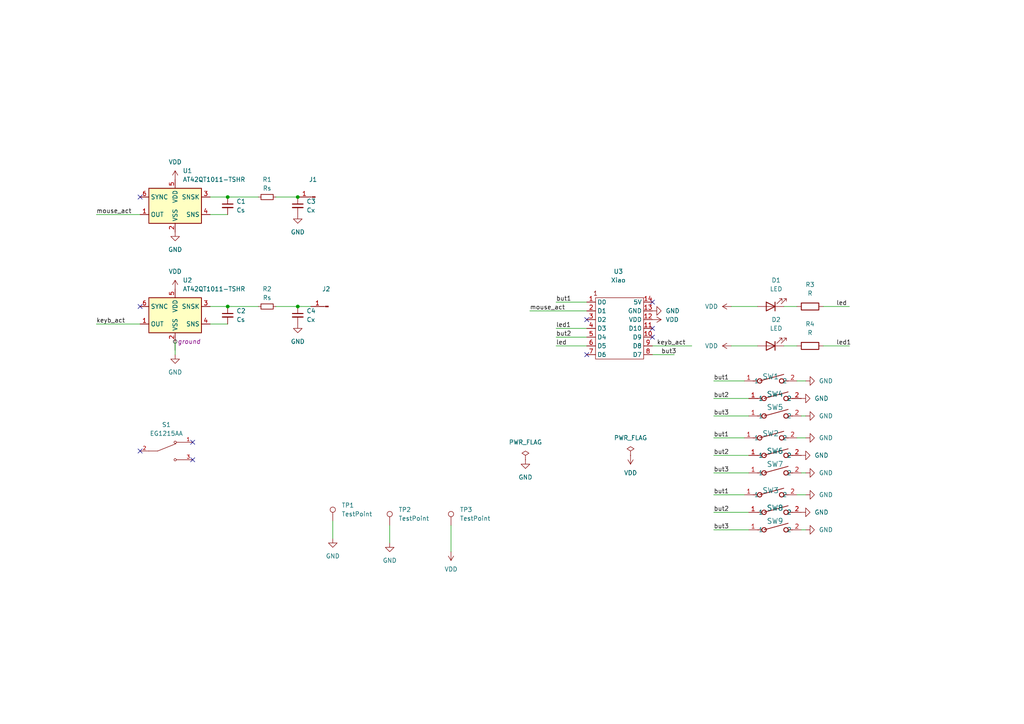
<source format=kicad_sch>
(kicad_sch (version 20230121) (generator eeschema)
  (paper "A4")
  (lib_symbols
    (symbol "Connector:Conn_01x01_Pin" (pin_names (offset 1.016) hide)
      (property "Reference" "J" (at 0 2.54 0))
      (property "Value" "Conn_01x01_Pin" (at 0 -2.54 0))
      (symbol "Conn_01x01_Pin_1_1"
        (polyline (pts (xy 1.27 0) (xy 0.8636 0)) (stroke (width 0.1524)))
        (rectangle (start 0.8636 0.127) (end 0 -0.127) (stroke (width 0.1524)) (fill (type outline)))
        (pin passive line (at 5.08 0 180) (length 3.81) (name "Pin_1") (number "1"))
      )
    )
    (symbol "Connector:TestPoint" (pin_numbers hide) (pin_names (offset 0.762) hide)
      (property "Reference" "TP" (at 0 6.858 0))
      (property "Value" "TestPoint" (at 0 5.08 0))
      (symbol "TestPoint_0_1"
        (circle (center 0 3.302) (radius 0.762))
      )
      (symbol "TestPoint_1_1"
        (pin passive line (at 0 0 90) (length 2.54) (name "1") (number "1"))
      )
    )
    (symbol "Device:C_Small" (pin_numbers hide) (pin_names (offset 0.254) hide)
      (property "Reference" "C" (at 0.254 1.778 0))
      (property "Value" "C_Small" (at 0.254 -2.032 0))
      (symbol "C_Small_0_1"
        (polyline (pts (xy -1.524 -0.508) (xy 1.524 -0.508)) (stroke (width 0.3302)))
        (polyline (pts (xy -1.524 0.508) (xy 1.524 0.508)) (stroke (width 0.3048)))
      )
      (symbol "C_Small_1_1"
        (pin passive line (at 0 2.54 270) (length 2.032) (name "~") (number "1"))
        (pin passive line (at 0 -2.54 90) (length 2.032) (name "~") (number "2"))
      )
    )
    (symbol "Device:LED" (pin_numbers hide) (pin_names (offset 1.016) hide)
      (property "Reference" "D" (at 0 2.54 0))
      (property "Value" "LED" (at 0 -2.54 0))
      (symbol "LED_0_1"
        (polyline (pts (xy -1.27 -1.27) (xy -1.27 1.27)) (stroke (width 0.254)))
        (polyline (pts (xy -1.27 0) (xy 1.27 0)))
        (polyline (pts (xy 1.27 -1.27) (xy 1.27 1.27) (xy -1.27 0) (xy 1.27 -1.27)) (stroke (width 0.254)))
        (polyline (pts (xy -3.048 -0.762) (xy -4.572 -2.286) (xy -3.81 -2.286) (xy -4.572 -2.286) (xy -4.572 -1.524)))
        (polyline (pts (xy -1.778 -0.762) (xy -3.302 -2.286) (xy -2.54 -2.286) (xy -3.302 -2.286) (xy -3.302 -1.524)))
      )
      (symbol "LED_1_1"
        (pin passive line (at -3.81 0 0) (length 2.54) (name "K") (number "1"))
        (pin passive line (at 3.81 0 180) (length 2.54) (name "A") (number "2"))
      )
    )
    (symbol "Device:R" (pin_numbers hide) (pin_names (offset 0))
      (property "Reference" "R" (at 2.032 0 90))
      (property "Value" "R" (at 0 0 90))
      (symbol "R_0_1"
        (rectangle (start -1.016 -2.54) (end 1.016 2.54) (stroke (width 0.254)))
      )
      (symbol "R_1_1"
        (pin passive line (at 0 3.81 270) (length 1.27) (name "~") (number "1"))
        (pin passive line (at 0 -3.81 90) (length 1.27) (name "~") (number "2"))
      )
    )
    (symbol "Device:R_Small" (pin_numbers hide) (pin_names (offset 0.254) hide)
      (property "Reference" "R" (at 0.762 0.508 0))
      (property "Value" "R_Small" (at 0.762 -1.016 0))
      (symbol "R_Small_0_1"
        (rectangle (start -0.762 1.778) (end 0.762 -1.778) (stroke (width 0.2032)))
      )
      (symbol "R_Small_1_1"
        (pin passive line (at 0 2.54 270) (length 0.762) (name "~") (number "1"))
        (pin passive line (at 0 -2.54 90) (length 0.762) (name "~") (number "2"))
      )
    )
    (symbol "EG1215AA:EG1215AA" (pin_names (offset 1.016))
      (property "Reference" "S" (at -2.54 5.08 0))
      (property "Value" "EG1215AA" (at -2.54 -5.08 0))
      (symbol "EG1215AA_0_0"
        (polyline (pts (xy -2.54 0) (xy -5.08 0)) (stroke (width 0.1524)))
        (polyline (pts (xy -2.54 0) (xy 2.794 2.1336)) (stroke (width 0.1524)))
        (polyline (pts (xy 5.08 -2.54) (xy 2.921 -2.54)) (stroke (width 0.1524)))
        (polyline (pts (xy 5.08 2.54) (xy 2.921 2.54)) (stroke (width 0.1524)))
        (circle (center 2.54 -2.54) (radius 0.3302) (stroke (width 0.1524)))
        (circle (center 2.54 2.54) (radius 0.3302) (stroke (width 0.1524)))
        (pin passive line (at 7.62 2.54 180) (length 2.54) (name "~") (number "1"))
        (pin passive line (at -7.62 0 0) (length 2.54) (name "~") (number "2"))
        (pin passive line (at 7.62 -2.54 180) (length 2.54) (name "~") (number "3"))
      )
    )
    (symbol "Sensor_Touch:AT42QT1011-TSHR"
      (property "Reference" "U" (at -2.54 8.255 0))
      (property "Value" "AT42QT1011-TSHR" (at -2.54 6.35 0))
      (symbol "AT42QT1011-TSHR_0_1"
        (rectangle (start -7.62 5.08) (end 7.62 -5.08) (stroke (width 0.254)) (fill (type background)))
      )
      (symbol "AT42QT1011-TSHR_1_1"
        (pin output line (at -10.16 -2.54 0) (length 2.54) (name "OUT") (number "1"))
        (pin power_in line (at 0 -7.62 90) (length 2.54) (name "VSS") (number "2"))
        (pin passive line (at 10.16 2.54 180) (length 2.54) (name "SNSK") (number "3"))
        (pin passive line (at 10.16 -2.54 180) (length 2.54) (name "SNS") (number "4"))
        (pin power_in line (at 0 7.62 270) (length 2.54) (name "VDD") (number "5"))
        (pin input line (at -10.16 2.54 0) (length 2.54) (name "SYNC") (number "6"))
      )
    )
    (symbol "ken:seeed_xiao_rev"
      (property "Reference" "U3" (at 6.627 7.62 0))
      (property "Value" "Xiao" (at 6.627 5.08 0))
      (symbol "seeed_xiao_rev_0_1"
        (rectangle (start 0 0) (end 13.97 -17.78))
      )
      (symbol "seeed_xiao_rev_1_1"
        (text "1" (at 0 1.27 0) (effects (font (size 1.27 1.27))))
        (pin passive line (at -2.54 -1.27 0) (length 2.54) (name "D0") (number "1"))
        (pin passive line (at 16.51 -11.43 180) (length 2.54) (name "D9") (number "10"))
        (pin passive line (at 16.51 -8.89 180) (length 2.54) (name "D10") (number "11"))
        (pin power_out line (at 16.51 -6.35 180) (length 2.54) (name "VDD") (number "12"))
        (pin power_in line (at 16.51 -3.81 180) (length 2.54) (name "GND") (number "13"))
        (pin input line (at 16.51 -1.27 180) (length 2.54) (name "5V") (number "14"))
        (pin passive line (at -2.54 -3.81 0) (length 2.54) (name "D1") (number "2"))
        (pin passive line (at -2.54 -6.35 0) (length 2.54) (name "D2") (number "3"))
        (pin passive line (at -2.54 -8.89 0) (length 2.54) (name "D3") (number "4"))
        (pin passive line (at -2.54 -11.43 0) (length 2.54) (name "D4") (number "5"))
        (pin passive line (at -2.54 -13.97 0) (length 2.54) (name "D5") (number "6"))
        (pin passive line (at -2.54 -16.51 0) (length 2.54) (name "D6") (number "7"))
        (pin passive line (at 16.51 -16.51 180) (length 2.54) (name "D7") (number "8"))
        (pin passive line (at 16.51 -13.97 180) (length 2.54) (name "D8") (number "9"))
      )
    )
    (symbol "power:GND" (power) (pin_names (offset 0))
      (property "Value" "GND" (at 0 -3.81 0))
      (symbol "GND_0_1"
        (polyline (pts (xy 0 0) (xy 0 -1.27) (xy 1.27 -1.27) (xy 0 -2.54) (xy -1.27 -1.27) (xy 0 -1.27)))
      )
      (symbol "GND_1_1"
        (pin power_in line (at 0 0 270) (length 0) hide (name "GND") (number "1"))
      )
    )
    (symbol "power:PWR_FLAG" (power) (pin_numbers hide) (pin_names (offset 0) hide)
      (property "Value" "PWR_FLAG" (at 0 3.81 0))
      (symbol "PWR_FLAG_0_0"
        (pin power_out line (at 0 0 90) (length 0) (name "pwr") (number "1"))
      )
      (symbol "PWR_FLAG_0_1"
        (polyline (pts (xy 0 0) (xy 0 1.27) (xy -1.016 1.905) (xy 0 2.54) (xy 1.016 1.905) (xy 0 1.27)))
      )
    )
    (symbol "power:VDD" (power) (pin_names (offset 0))
      (property "Value" "VDD" (at 0 3.81 0))
      (symbol "VDD_0_1"
        (polyline (pts (xy -0.762 1.27) (xy 0 2.54)))
        (polyline (pts (xy 0 0) (xy 0 2.54)))
        (polyline (pts (xy 0 2.54) (xy 0.762 1.27)))
      )
      (symbol "VDD_1_1"
        (pin power_in line (at 0 0 90) (length 0) hide (name "VDD") (number "1"))
      )
    )
    (symbol "push3x4.5:TL1015AF160QG" (pin_names (offset 0.254))
      (property "Reference" "SW" (at 0 3.81 0))
      (property "Value" "TL1015AF160QG" (at 0 0 0))
      (symbol "TL1015AF160QG_0_1"
        (circle (center -3.175 0) (radius 0.635) (stroke (width 0.254)))
        (polyline (pts (xy -5.08 0) (xy -3.81 0)) (stroke (width 0.2032)))
        (polyline (pts (xy -3.175 0) (xy 3.81 1.905)) (stroke (width 0.2032)))
        (polyline (pts (xy 5.08 0) (xy 3.81 0)) (stroke (width 0.2032)))
        (circle (center 3.175 0) (radius 0.635) (stroke (width 0.254)))
        (pin unspecified line (at -7.62 0 0) (length 2.54) (name "1") (number "1"))
        (pin unspecified line (at 7.62 0 180) (length 2.54) (name "2") (number "2"))
      )
    )
  )
  (junction (at 66.04 57.15))
  (junction (at 86.36 88.9))
  (junction (at 66.04 88.9))
  (junction (at 86.36 57.15))
  (no_connect (at 40.64 130.81))
  (no_connect (at 189.23 95.25))
  (no_connect (at 170.18 92.71))
  (no_connect (at 40.64 88.9))
  (no_connect (at 40.64 57.15))
  (no_connect (at 189.23 97.79))
  (no_connect (at 189.23 87.63))
  (no_connect (at 170.18 102.87))
  (no_connect (at 55.88 128.27))
  (no_connect (at 55.88 133.35))
  (wire (pts (xy 66.04 57.15) (xy 74.93 57.15)))
  (wire (pts (xy 238.76 88.9) (xy 246.38 88.9)))
  (wire (pts (xy 207.01 153.67) (xy 217.17 153.67)))
  (wire (pts (xy 238.76 100.33) (xy 246.38 100.33)))
  (wire (pts (xy 212.09 100.33) (xy 219.71 100.33)))
  (wire (pts (xy 207.01 115.57) (xy 217.17 115.57)))
  (wire (pts (xy 233.68 127) (xy 231.14 127)))
  (wire (pts (xy 207.01 137.16) (xy 217.17 137.16)))
  (wire (pts (xy 212.09 88.9) (xy 219.71 88.9)))
  (wire (pts (xy 60.96 62.23) (xy 66.04 62.23)))
  (wire (pts (xy 161.29 87.63) (xy 170.18 87.63)))
  (wire (pts (xy 60.96 88.9) (xy 66.04 88.9)))
  (wire (pts (xy 189.23 102.87) (xy 195.58 102.87)))
  (wire (pts (xy 207.01 143.51) (xy 215.9 143.51)))
  (wire (pts (xy 161.29 95.25) (xy 170.18 95.25)))
  (wire (pts (xy 233.68 143.51) (xy 231.14 143.51)))
  (wire (pts (xy 233.68 153.67) (xy 232.41 153.67)))
  (wire (pts (xy 60.96 57.15) (xy 66.04 57.15)))
  (wire (pts (xy 50.8 102.87) (xy 50.8 99.06)))
  (wire (pts (xy 153.67 90.17) (xy 170.18 90.17)))
  (wire (pts (xy 233.68 120.65) (xy 232.41 120.65)))
  (wire (pts (xy 90.17 88.9) (xy 86.36 88.9)))
  (wire (pts (xy 80.01 57.15) (xy 86.36 57.15)))
  (wire (pts (xy 27.94 93.98) (xy 40.64 93.98)))
  (wire (pts (xy 27.94 62.23) (xy 40.64 62.23)))
  (wire (pts (xy 207.01 132.08) (xy 217.17 132.08)))
  (wire (pts (xy 227.33 88.9) (xy 231.14 88.9)))
  (wire (pts (xy 66.04 88.9) (xy 74.93 88.9)))
  (wire (pts (xy 207.01 120.65) (xy 217.17 120.65)))
  (wire (pts (xy 113.03 157.48) (xy 113.03 152.4)))
  (wire (pts (xy 96.52 156.21) (xy 96.52 151.13)))
  (wire (pts (xy 207.01 110.49) (xy 215.9 110.49)))
  (wire (pts (xy 207.01 148.59) (xy 217.17 148.59)))
  (wire (pts (xy 227.33 100.33) (xy 231.14 100.33)))
  (wire (pts (xy 233.68 110.49) (xy 231.14 110.49)))
  (wire (pts (xy 161.29 97.79) (xy 170.18 97.79)))
  (wire (pts (xy 80.01 88.9) (xy 86.36 88.9)))
  (wire (pts (xy 130.81 160.02) (xy 130.81 152.4)))
  (wire (pts (xy 207.01 127) (xy 215.9 127)))
  (wire (pts (xy 233.68 137.16) (xy 232.41 137.16)))
  (wire (pts (xy 161.29 100.33) (xy 170.18 100.33)))
  (wire (pts (xy 60.96 93.98) (xy 66.04 93.98)))
  (wire (pts (xy 189.23 100.33) (xy 200.66 100.33)))
  (label "led1" (at 242.57 100.33 0))
  (label "but2" (at 207.01 148.59 0))
  (label "but1" (at 161.29 87.63 0))
  (label "but3" (at 207.01 137.16 0))
  (label "keyb_act" (at 27.94 93.98 0))
  (label "led" (at 242.57 88.9 0))
  (label "but2" (at 161.29 97.79 0))
  (label "but3" (at 191.77 102.87 0))
  (label "but1" (at 207.01 110.49 0))
  (label "but1" (at 207.01 127 0))
  (label "but1" (at 207.01 143.51 0))
  (label "keyb_act" (at 190.5 100.33 0))
  (label "but2" (at 207.01 132.08 0))
  (label "led1" (at 161.29 95.25 0))
  (label "but3" (at 207.01 153.67 0))
  (label "mouse_act" (at 153.67 90.17 0))
  (label "but2" (at 207.01 115.57 0))
  (label "mouse_act" (at 27.94 62.23 0))
  (label "but3" (at 207.01 120.65 0))
  (label "led" (at 161.29 100.33 0))
  (netclass_flag "" (length 2.54) (shape round) (at 50.8 101.6 0) (property "Netclass" "ground" (effects hide)))
  (netclass_flag "" (length 2.54) (shape round) (at 50.8 101.6 0) (property "Netclass" "ground" (at 51.4985 99.06 0) (effects (font italic) (justify left))))
  (symbol (lib_id "Device:C_Small") (at 86.36 91.44 0) (unit 1)
    (property "Reference" "C4" (at 88.9 90.1763 0) (effects (justify left)))
    (property "Value" "Cx" (at 88.9 92.7163 0) (effects (justify left)))
    (property "Footprint" "Capacitor_SMD:C_0402_1005Metric_Pad0.74x0.62mm_HandSolder" (effects hide))
  )
  (symbol (lib_id "power:GND") (at 96.52 156.21 0) (unit 1)
    (property "Reference" "#PWR07" (effects hide))
    (property "Value" "GND" (at 96.52 161.29 0))
  )
  (symbol (lib_id "Sensor_Touch:AT42QT1011-TSHR") (at 50.8 59.69 0) (unit 1)
    (property "Reference" "U1" (at 52.9941 49.53 0) (effects (justify left)))
    (property "Value" "AT42QT1011-TSHR" (at 52.9941 52.07 0) (effects (justify left)))
    (property "Footprint" "Package_TO_SOT_SMD:SOT-23-6" (effects hide))
    (property "Datasheet" "http://ww1.microchip.com/downloads/en/DeviceDoc/40001947A.pdf" (effects hide))
  )
  (symbol (lib_id "power:GND") (at 233.68 137.16 90) (unit 1)
    (property "Reference" "#PWR022" (effects hide))
    (property "Value" "GND" (at 237.49 137.16 90) (effects (justify right)))
  )
  (symbol (lib_id "Device:R_Small") (at 77.47 88.9 90) (unit 1)
    (property "Reference" "R2" (at 77.47 83.82 90))
    (property "Value" "Rs" (at 77.47 86.36 90))
    (property "Footprint" "Resistor_SMD:R_0402_1005Metric_Pad0.72x0.64mm_HandSolder" (effects hide))
  )
  (symbol (lib_id "power:GND") (at 232.41 115.57 90) (unit 1)
    (property "Reference" "#PWR016" (effects hide))
    (property "Value" "GND" (at 236.22 115.57 90) (effects (justify right)))
  )
  (symbol (lib_id "Connector:TestPoint") (at 130.81 152.4 0) (unit 1)
    (property "Reference" "TP3" (at 133.35 147.828 0) (effects (justify left)))
    (property "Value" "TestPoint" (at 133.35 150.368 0) (effects (justify left)))
    (property "Footprint" "TestPoint:TestPoint_Pad_D1.0mm" (effects hide))
  )
  (symbol (lib_id "Device:R") (at 234.95 88.9 90) (unit 1)
    (property "Reference" "R3" (at 234.95 82.55 90))
    (property "Value" "R" (at 234.95 85.09 90))
    (property "Footprint" "Resistor_SMD:R_0402_1005Metric_Pad0.72x0.64mm_HandSolder" (effects hide))
  )
  (symbol (lib_id "power:PWR_FLAG") (at 152.4 133.35 0) (unit 1)
    (property "Reference" "#FLG01" (effects hide))
    (property "Value" "PWR_FLAG" (at 152.4 128.27 0))
  )
  (symbol (lib_id "push3x4.5:TL1015AF160QG") (at 224.79 137.16 0) (unit 1)
    (property "Reference" "SW7" (at 224.79 134.62 0) (effects (font (size 1.524 1.524))))
    (property "Value" "TL1015AF160QG" (effects hide))
    (property "Footprint" "push3x4.5:SW_F160QG_EWI" (effects hide))
    (property "Datasheet" "TL1015AF160QG" (effects hide))
  )
  (symbol (lib_id "power:GND") (at 233.68 120.65 90) (unit 1)
    (property "Reference" "#PWR020" (effects hide))
    (property "Value" "GND" (at 237.49 120.65 90) (effects (justify right)))
  )
  (symbol (lib_id "power:GND") (at 232.41 132.08 90) (unit 1)
    (property "Reference" "#PWR017" (effects hide))
    (property "Value" "GND" (at 236.22 132.08 90) (effects (justify right)))
  )
  (symbol (lib_id "push3x4.5:TL1015AF160QG") (at 223.52 127 0) (unit 1)
    (property "Reference" "SW2" (at 223.52 125.73 0) (effects (font (size 1.524 1.524))))
    (property "Value" "TL1015AF160QG" (effects hide))
    (property "Footprint" "push3x4.5:SW_F160QG_EWI" (effects hide))
    (property "Datasheet" "TL1015AF160QG" (effects hide))
  )
  (symbol (lib_id "power:VDD") (at 182.88 132.08 180) (unit 1)
    (property "Reference" "#PWR011" (effects hide))
    (property "Value" "VDD" (at 182.88 137.16 0))
  )
  (symbol (lib_id "power:GND") (at 233.68 127 90) (unit 1)
    (property "Reference" "#PWR021" (effects hide))
    (property "Value" "GND" (at 237.49 127 90) (effects (justify right)))
  )
  (symbol (lib_id "push3x4.5:TL1015AF160QG") (at 224.79 148.59 0) (unit 1)
    (property "Reference" "SW8" (at 224.79 147.32 0) (effects (font (size 1.524 1.524))))
    (property "Value" "TL1015AF160QG" (effects hide))
    (property "Footprint" "push3x4.5:SW_F160QG_EWI" (effects hide))
    (property "Datasheet" "TL1015AF160QG" (effects hide))
  )
  (symbol (lib_id "power:GND") (at 232.41 148.59 90) (unit 1)
    (property "Reference" "#PWR018" (effects hide))
    (property "Value" "GND" (at 236.22 148.59 90) (effects (justify right)))
  )
  (symbol (lib_id "Connector:TestPoint") (at 113.03 152.4 0) (unit 1)
    (property "Reference" "TP2" (at 115.57 147.828 0) (effects (justify left)))
    (property "Value" "TestPoint" (at 115.57 150.368 0) (effects (justify left)))
    (property "Footprint" "TestPoint:TestPoint_Pad_D1.0mm" (effects hide))
  )
  (symbol (lib_id "power:VDD") (at 50.8 52.07 0) (unit 1)
    (property "Reference" "#PWR01" (effects hide))
    (property "Value" "VDD" (at 50.8 46.99 0))
  )
  (symbol (lib_id "push3x4.5:TL1015AF160QG") (at 224.79 115.57 0) (unit 1)
    (property "Reference" "SW4" (at 224.79 114.3 0) (effects (font (size 1.524 1.524))))
    (property "Value" "TL1015AF160QG" (effects hide))
    (property "Footprint" "push3x4.5:SW_F160QG_EWI" (effects hide))
    (property "Datasheet" "TL1015AF160QG" (effects hide))
  )
  (symbol (lib_id "Connector:Conn_01x01_Pin") (at 91.44 57.15 180) (unit 1)
    (property "Reference" "J1" (at 90.805 52.07 0))
    (property "Value" "Conn_01x01_Pin" (effects hide))
    (property "Footprint" "TestPoint:TestPoint_Pad_D1.0mm" (effects hide))
  )
  (symbol (lib_id "power:GND") (at 113.03 157.48 0) (unit 1)
    (property "Reference" "#PWR08" (effects hide))
    (property "Value" "GND" (at 113.03 162.56 0))
  )
  (symbol (lib_id "Device:C_Small") (at 66.04 91.44 0) (unit 1)
    (property "Reference" "C2" (at 68.58 90.1763 0) (effects (justify left)))
    (property "Value" "Cs" (at 68.58 92.7163 0) (effects (justify left)))
    (property "Footprint" "Capacitor_SMD:C_0402_1005Metric_Pad0.74x0.62mm_HandSolder" (effects hide))
  )
  (symbol (lib_id "push3x4.5:TL1015AF160QG") (at 224.79 132.08 0) (unit 1)
    (property "Reference" "SW6" (at 224.79 130.81 0) (effects (font (size 1.524 1.524))))
    (property "Value" "TL1015AF160QG" (effects hide))
    (property "Footprint" "push3x4.5:SW_F160QG_EWI" (effects hide))
    (property "Datasheet" "TL1015AF160QG" (effects hide))
  )
  (symbol (lib_id "push3x4.5:TL1015AF160QG") (at 223.52 143.51 0) (unit 1)
    (property "Reference" "SW3" (at 223.52 142.24 0) (effects (font (size 1.524 1.524))))
    (property "Value" "TL1015AF160QG" (effects hide))
    (property "Footprint" "push3x4.5:SW_F160QG_EWI" (effects hide))
    (property "Datasheet" "TL1015AF160QG" (effects hide))
  )
  (symbol (lib_id "Device:C_Small") (at 86.36 59.69 0) (unit 1)
    (property "Reference" "C3" (at 88.9 58.4263 0) (effects (justify left)))
    (property "Value" "Cx" (at 88.9 60.9663 0) (effects (justify left)))
    (property "Footprint" "Capacitor_SMD:C_0402_1005Metric_Pad0.74x0.62mm_HandSolder" (effects hide))
  )
  (symbol (lib_id "power:GND") (at 189.23 90.17 90) (unit 1)
    (property "Reference" "#PWR012" (effects hide))
    (property "Value" "GND" (at 193.04 90.17 90) (effects (justify right)))
  )
  (symbol (lib_id "power:GND") (at 50.8 67.31 0) (unit 1)
    (property "Reference" "#PWR02" (effects hide))
    (property "Value" "GND" (at 50.8 72.39 0))
  )
  (symbol (lib_id "power:VDD") (at 50.8 83.82 0) (unit 1)
    (property "Reference" "#PWR03" (effects hide))
    (property "Value" "VDD" (at 50.8 78.74 0))
  )
  (symbol (lib_id "power:VDD") (at 189.23 92.71 270) (unit 1)
    (property "Reference" "#PWR013" (effects hide))
    (property "Value" "VDD" (at 193.04 92.71 90) (effects (justify left)))
  )
  (symbol (lib_id "power:GND") (at 86.36 93.98 0) (unit 1)
    (property "Reference" "#PWR06" (effects hide))
    (property "Value" "GND" (at 86.36 99.06 0))
  )
  (symbol (lib_id "Device:LED") (at 223.52 88.9 180) (unit 1)
    (property "Reference" "D1" (at 225.1075 81.28 0))
    (property "Value" "LED" (at 225.1075 83.82 0))
    (property "Footprint" "LED_SMD:LED_0603_1608Metric_Pad1.05x0.95mm_HandSolder" (effects hide))
  )
  (symbol (lib_id "push3x4.5:TL1015AF160QG") (at 224.79 153.67 0) (unit 1)
    (property "Reference" "SW9" (at 224.79 151.13 0) (effects (font (size 1.524 1.524))))
    (property "Value" "TL1015AF160QG" (effects hide))
    (property "Footprint" "push3x4.5:SW_F160QG_EWI" (effects hide))
    (property "Datasheet" "TL1015AF160QG" (effects hide))
  )
  (symbol (lib_id "power:PWR_FLAG") (at 182.88 132.08 0) (unit 1)
    (property "Reference" "#FLG02" (effects hide))
    (property "Value" "PWR_FLAG" (at 182.88 127 0))
  )
  (symbol (lib_id "Device:C_Small") (at 66.04 59.69 0) (unit 1)
    (property "Reference" "C1" (at 68.58 58.4263 0) (effects (justify left)))
    (property "Value" "Cs" (at 68.58 60.9663 0) (effects (justify left)))
    (property "Footprint" "Capacitor_SMD:C_0402_1005Metric_Pad0.74x0.62mm_HandSolder" (effects hide))
  )
  (symbol (lib_id "push3x4.5:TL1015AF160QG") (at 224.79 120.65 0) (unit 1)
    (property "Reference" "SW5" (at 224.79 118.11 0) (effects (font (size 1.524 1.524))))
    (property "Value" "TL1015AF160QG" (effects hide))
    (property "Footprint" "push3x4.5:SW_F160QG_EWI" (effects hide))
    (property "Datasheet" "TL1015AF160QG" (effects hide))
  )
  (symbol (lib_id "Connector:TestPoint") (at 96.52 151.13 0) (unit 1)
    (property "Reference" "TP1" (at 99.06 146.558 0) (effects (justify left)))
    (property "Value" "TestPoint" (at 99.06 149.098 0) (effects (justify left)))
    (property "Footprint" "TestPoint:TestPoint_Pad_D1.0mm" (effects hide))
  )
  (symbol (lib_id "power:GND") (at 233.68 143.51 90) (unit 1)
    (property "Reference" "#PWR023" (effects hide))
    (property "Value" "GND" (at 237.49 143.51 90) (effects (justify right)))
  )
  (symbol (lib_id "push3x4.5:TL1015AF160QG") (at 223.52 110.49 0) (unit 1)
    (property "Reference" "SW1" (at 223.52 109.22 0) (effects (font (size 1.524 1.524))))
    (property "Value" "TL1015AF160QG" (effects hide))
    (property "Footprint" "push3x4.5:SW_F160QG_EWI" (effects hide))
    (property "Datasheet" "TL1015AF160QG" (effects hide))
  )
  (symbol (lib_id "Connector:Conn_01x01_Pin") (at 95.25 88.9 180) (unit 1)
    (property "Reference" "J2" (at 94.615 83.82 0))
    (property "Value" "Conn_01x01_Pin" (effects hide))
    (property "Footprint" "TestPoint:TestPoint_Pad_D1.0mm" (effects hide))
  )
  (symbol (lib_id "EG1215AA:EG1215AA") (at 48.26 130.81 0) (unit 1)
    (property "Reference" "S1" (at 48.26 123.19 0))
    (property "Value" "EG1215AA" (at 48.26 125.73 0))
    (property "Footprint" "seeed:SW_EG1215AA_no_hold" (effects hide))
    (property "PARTREV" "A" (effects hide))
    (property "STANDARD" "Manufacturer Recommendations" (effects hide))
    (property "MAXIMUM_PACKAGE_HEIGHT" "1.40mm" (effects hide))
    (property "MANUFACTURER" "E Switch" (effects hide))
  )
  (symbol (lib_id "Device:R") (at 234.95 100.33 90) (unit 1)
    (property "Reference" "R4" (at 234.95 93.98 90))
    (property "Value" "R" (at 234.95 96.52 90))
    (property "Footprint" "Resistor_SMD:R_0402_1005Metric_Pad0.72x0.64mm_HandSolder" (effects hide))
  )
  (symbol (lib_id "Device:LED") (at 223.52 100.33 180) (unit 1)
    (property "Reference" "D2" (at 225.1075 92.71 0))
    (property "Value" "LED" (at 225.1075 95.25 0))
    (property "Footprint" "LED_SMD:LED_0603_1608Metric_Pad1.05x0.95mm_HandSolder" (effects hide))
  )
  (symbol (lib_id "power:VDD") (at 130.81 160.02 180) (unit 1)
    (property "Reference" "#PWR09" (effects hide))
    (property "Value" "VDD" (at 130.81 165.1 0))
  )
  (symbol (lib_id "power:GND") (at 233.68 153.67 90) (unit 1)
    (property "Reference" "#PWR024" (effects hide))
    (property "Value" "GND" (at 237.49 153.67 90) (effects (justify right)))
  )
  (symbol (lib_id "power:GND") (at 233.68 110.49 90) (unit 1)
    (property "Reference" "#PWR019" (effects hide))
    (property "Value" "GND" (at 237.49 110.49 90) (effects (justify right)))
  )
  (symbol (lib_id "power:VDD") (at 212.09 88.9 90) (unit 1)
    (property "Reference" "#PWR014" (effects hide))
    (property "Value" "VDD" (at 208.28 88.9 90) (effects (justify left)))
  )
  (symbol (lib_id "Device:R_Small") (at 77.47 57.15 90) (unit 1)
    (property "Reference" "R1" (at 77.47 52.07 90))
    (property "Value" "Rs" (at 77.47 54.61 90))
    (property "Footprint" "Resistor_SMD:R_0402_1005Metric_Pad0.72x0.64mm_HandSolder" (effects hide))
  )
  (symbol (lib_id "power:GND") (at 152.4 133.35 0) (unit 1)
    (property "Reference" "#PWR010" (effects hide))
    (property "Value" "GND" (at 152.4 138.43 0))
  )
  (symbol (lib_id "ken:seeed_xiao_rev") (at 172.72 86.36 0) (unit 1)
    (property "Reference" "U3" (at 179.347 78.74 0))
    (property "Value" "Xiao" (at 179.347 81.28 0))
    (property "Footprint" "seeed:Seeed Xiao_actual_size" (effects hide))
  )
  (symbol (lib_id "power:GND") (at 50.8 102.87 0) (unit 1)
    (property "Reference" "#PWR04" (effects hide))
    (property "Value" "GND" (at 50.8 107.95 0))
  )
  (symbol (lib_id "Sensor_Touch:AT42QT1011-TSHR") (at 50.8 91.44 0) (unit 1)
    (property "Reference" "U2" (at 52.9941 81.28 0) (effects (justify left)))
    (property "Value" "AT42QT1011-TSHR" (at 52.9941 83.82 0) (effects (justify left)))
    (property "Footprint" "Package_TO_SOT_SMD:SOT-23-6" (effects hide))
    (property "Datasheet" "http://ww1.microchip.com/downloads/en/DeviceDoc/40001947A.pdf" (effects hide))
  )
  (symbol (lib_id "power:VDD") (at 212.09 100.33 90) (unit 1)
    (property "Reference" "#PWR015" (effects hide))
    (property "Value" "VDD" (at 208.28 100.33 90) (effects (justify left)))
  )
  (symbol (lib_id "power:GND") (at 86.36 62.23 0) (unit 1)
    (property "Reference" "#PWR05" (effects hide))
    (property "Value" "GND" (at 86.36 67.31 0))
  )
)
</source>
